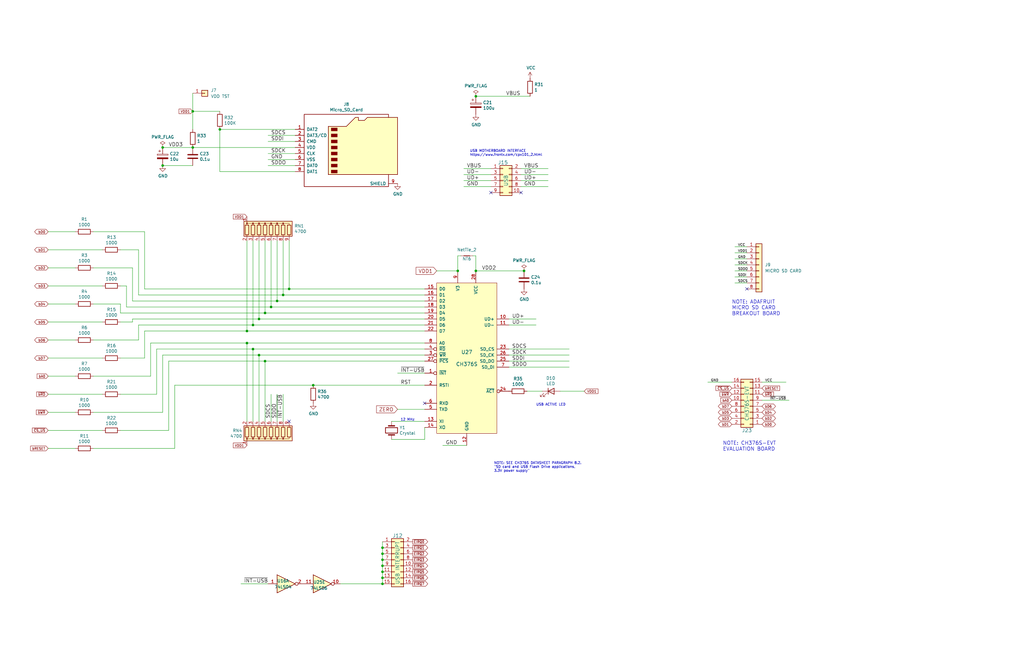
<source format=kicad_sch>
(kicad_sch (version 20211123) (generator eeschema)
  (paper "B")
  (lib_symbols
    (symbol "74xx:74LS04"
      (property "Reference" "U" (at 0 1.27 0))
      (property "Value" "74LS04" (at 0 -1.27 0))
      (symbol "74LS04_1_0"
        (polyline (pts (xy -3.81 3.81) (xy -3.81 -3.81) (xy 3.81 0) (xy -3.81 3.81)) (stroke (width 0.254)) (fill (type background)))
        (pin input line (at -7.62 0 0) (length 3.81) (name "~") (number "1"))
        (pin output inverted (at 7.62 0 180) (length 3.81) (name "~") (number "2"))
      )
      (symbol "74LS04_2_0"
        (polyline (pts (xy -3.81 3.81) (xy -3.81 -3.81) (xy 3.81 0) (xy -3.81 3.81)) (stroke (width 0.254)) (fill (type background)))
        (pin input line (at -7.62 0 0) (length 3.81) (name "~") (number "3"))
        (pin output inverted (at 7.62 0 180) (length 3.81) (name "~") (number "4"))
      )
      (symbol "74LS04_3_0"
        (polyline (pts (xy -3.81 3.81) (xy -3.81 -3.81) (xy 3.81 0) (xy -3.81 3.81)) (stroke (width 0.254)) (fill (type background)))
        (pin input line (at -7.62 0 0) (length 3.81) (name "~") (number "5"))
        (pin output inverted (at 7.62 0 180) (length 3.81) (name "~") (number "6"))
      )
      (symbol "74LS04_4_0"
        (polyline (pts (xy -3.81 3.81) (xy -3.81 -3.81) (xy 3.81 0) (xy -3.81 3.81)) (stroke (width 0.254)) (fill (type background)))
        (pin output inverted (at 7.62 0 180) (length 3.81) (name "~") (number "8"))
        (pin input line (at -7.62 0 0) (length 3.81) (name "~") (number "9"))
      )
      (symbol "74LS04_5_0"
        (polyline (pts (xy -3.81 3.81) (xy -3.81 -3.81) (xy 3.81 0) (xy -3.81 3.81)) (stroke (width 0.254)) (fill (type background)))
        (pin output inverted (at 7.62 0 180) (length 3.81) (name "~") (number "10"))
        (pin input line (at -7.62 0 0) (length 3.81) (name "~") (number "11"))
      )
      (symbol "74LS04_6_0"
        (polyline (pts (xy -3.81 3.81) (xy -3.81 -3.81) (xy 3.81 0) (xy -3.81 3.81)) (stroke (width 0.254)) (fill (type background)))
        (pin output inverted (at 7.62 0 180) (length 3.81) (name "~") (number "12"))
        (pin input line (at -7.62 0 0) (length 3.81) (name "~") (number "13"))
      )
      (symbol "74LS04_7_0"
        (pin power_in line (at 0 12.7 270) (length 5.08) (name "VCC") (number "14"))
        (pin power_in line (at 0 -12.7 90) (length 5.08) (name "GND") (number "7"))
      )
      (symbol "74LS04_7_1"
        (rectangle (start -5.08 7.62) (end 5.08 -7.62) (stroke (width 0.254)) (fill (type background)))
      )
    )
    (symbol "74xx:74LS06N" (pin_names (offset 1.016))
      (property "Reference" "U" (at 0 1.27 0))
      (property "Value" "74LS06N" (at 0 -1.27 0))
      (symbol "74LS06N_1_0"
        (polyline (pts (xy -3.81 3.81) (xy -3.81 -3.81) (xy 3.81 0) (xy -3.81 3.81)) (stroke (width 0.254)) (fill (type background)))
        (pin input line (at -7.62 0 0) (length 3.81) (name "~") (number "1"))
        (pin open_collector inverted (at 7.62 0 180) (length 3.81) (name "~") (number "2"))
      )
      (symbol "74LS06N_2_0"
        (polyline (pts (xy -3.81 3.81) (xy -3.81 -3.81) (xy 3.81 0) (xy -3.81 3.81)) (stroke (width 0.254)) (fill (type background)))
        (pin input line (at -7.62 0 0) (length 3.81) (name "~") (number "3"))
        (pin open_collector inverted (at 7.62 0 180) (length 3.81) (name "~") (number "4"))
      )
      (symbol "74LS06N_3_0"
        (polyline (pts (xy -3.81 3.81) (xy -3.81 -3.81) (xy 3.81 0) (xy -3.81 3.81)) (stroke (width 0.254)) (fill (type background)))
        (pin input line (at -7.62 0 0) (length 3.81) (name "~") (number "5"))
        (pin open_collector inverted (at 7.62 0 180) (length 3.81) (name "~") (number "6"))
      )
      (symbol "74LS06N_4_0"
        (polyline (pts (xy -3.81 3.81) (xy -3.81 -3.81) (xy 3.81 0) (xy -3.81 3.81)) (stroke (width 0.254)) (fill (type background)))
        (pin open_collector inverted (at 7.62 0 180) (length 3.81) (name "~") (number "8"))
        (pin input line (at -7.62 0 0) (length 3.81) (name "~") (number "9"))
      )
      (symbol "74LS06N_5_0"
        (polyline (pts (xy -3.81 3.81) (xy -3.81 -3.81) (xy 3.81 0) (xy -3.81 3.81)) (stroke (width 0.254)) (fill (type background)))
        (pin open_collector inverted (at 7.62 0 180) (length 3.81) (name "~") (number "10"))
        (pin input line (at -7.62 0 0) (length 3.81) (name "~") (number "11"))
      )
      (symbol "74LS06N_6_0"
        (polyline (pts (xy -3.81 3.81) (xy -3.81 -3.81) (xy 3.81 0) (xy -3.81 3.81)) (stroke (width 0.254)) (fill (type background)))
        (pin open_collector inverted (at 7.62 0 180) (length 3.81) (name "~") (number "12"))
        (pin input line (at -7.62 0 0) (length 3.81) (name "~") (number "13"))
      )
      (symbol "74LS06N_7_0"
        (pin power_in line (at 0 12.7 270) (length 5.08) (name "VCC") (number "14"))
        (pin power_in line (at 0 -12.7 90) (length 5.08) (name "GND") (number "7"))
      )
      (symbol "74LS06N_7_1"
        (rectangle (start -5.08 7.62) (end 5.08 -7.62) (stroke (width 0.254)) (fill (type background)))
      )
    )
    (symbol "CH376S:CH376S" (pin_names (offset 1.016))
      (property "Reference" "U" (at 0 -1.27 0))
      (property "Value" "CH376S" (at 0 -3.81 0))
      (symbol "CH376S_0_1"
        (rectangle (start -12.7 31.75) (end 12.7 -31.75) (fill (type background)))
      )
      (symbol "CH376S_1_1"
        (pin output inverted (at -17.78 -6.35 0) (length 5.08) (name "~{INT}") (number "1"))
        (pin bidirectional line (at 17.78 16.51 180) (length 5.08) (name "UD+") (number "10"))
        (pin bidirectional line (at 17.78 13.97 180) (length 5.08) (name "UD-") (number "11"))
        (pin power_in line (at 0 -36.83 90) (length 5.08) (name "GND") (number "12"))
        (pin input line (at -17.78 -26.67 0) (length 5.08) (name "XI") (number "13"))
        (pin output line (at -17.78 -29.21 0) (length 5.08) (name "XO") (number "14"))
        (pin bidirectional line (at -17.78 29.21 0) (length 5.08) (name "D0") (number "15"))
        (pin bidirectional line (at -17.78 26.67 0) (length 5.08) (name "D1") (number "16"))
        (pin bidirectional line (at -17.78 24.13 0) (length 5.08) (name "D2") (number "17"))
        (pin bidirectional line (at -17.78 21.59 0) (length 5.08) (name "D3") (number "18"))
        (pin bidirectional line (at -17.78 19.05 0) (length 5.08) (name "D4") (number "19"))
        (pin input line (at -17.78 -11.43 0) (length 5.08) (name "RSTI") (number "2"))
        (pin bidirectional line (at -17.78 16.51 0) (length 5.08) (name "D5") (number "20"))
        (pin bidirectional line (at -17.78 13.97 0) (length 5.08) (name "D6") (number "21"))
        (pin bidirectional line (at -17.78 11.43 0) (length 5.08) (name "D7") (number "22"))
        (pin output line (at 17.78 3.81 180) (length 5.08) (name "SD_CS") (number "23"))
        (pin output inverted (at 17.78 -13.97 180) (length 5.08) (name "~{ACT}") (number "24"))
        (pin output line (at 17.78 -1.27 180) (length 5.08) (name "SD_DO") (number "25"))
        (pin output line (at 17.78 1.27 180) (length 5.08) (name "SD_CK") (number "26"))
        (pin input inverted (at -17.78 -1.27 0) (length 5.08) (name "~{PCS}") (number "27"))
        (pin power_in line (at 3.81 36.83 270) (length 5.08) (name "VCC") (number "28"))
        (pin input inverted (at -17.78 1.27 0) (length 5.08) (name "~{WR}") (number "3"))
        (pin input inverted (at -17.78 3.81 0) (length 5.08) (name "~{RD}") (number "4"))
        (pin output line (at -17.78 -21.59 0) (length 5.08) (name "TXD") (number "5"))
        (pin input line (at -17.78 -19.05 0) (length 5.08) (name "RXD") (number "6"))
        (pin input line (at 17.78 -3.81 180) (length 5.08) (name "SD_DI") (number "7"))
        (pin input line (at -17.78 6.35 0) (length 5.08) (name "A0") (number "8"))
        (pin power_in line (at -3.81 36.83 270) (length 5.08) (name "V3") (number "9"))
      )
    )
    (symbol "Connector_Generic:Conn_01x01" (pin_names (offset 1.016) hide)
      (property "Reference" "J" (at 0 2.54 0))
      (property "Value" "Conn_01x01" (at 0 -2.54 0))
      (symbol "Conn_01x01_1_1"
        (rectangle (start -1.27 0.127) (end 0 -0.127) (stroke (width 0.1524)))
        (rectangle (start -1.27 1.27) (end 1.27 -1.27) (stroke (width 0.254)) (fill (type background)))
        (pin passive line (at -5.08 0 0) (length 3.81) (name "Pin_1") (number "1"))
      )
    )
    (symbol "Connector_Generic:Conn_01x08" (pin_names (offset 1.016) hide)
      (property "Reference" "J" (at 0 10.16 0))
      (property "Value" "Conn_01x08" (at 0 -12.7 0))
      (symbol "Conn_01x08_1_1"
        (rectangle (start -1.27 -10.033) (end 0 -10.287) (stroke (width 0.1524)))
        (rectangle (start -1.27 -7.493) (end 0 -7.747) (stroke (width 0.1524)))
        (rectangle (start -1.27 -4.953) (end 0 -5.207) (stroke (width 0.1524)))
        (rectangle (start -1.27 -2.413) (end 0 -2.667) (stroke (width 0.1524)))
        (rectangle (start -1.27 0.127) (end 0 -0.127) (stroke (width 0.1524)))
        (rectangle (start -1.27 2.667) (end 0 2.413) (stroke (width 0.1524)))
        (rectangle (start -1.27 5.207) (end 0 4.953) (stroke (width 0.1524)))
        (rectangle (start -1.27 7.747) (end 0 7.493) (stroke (width 0.1524)))
        (rectangle (start -1.27 8.89) (end 1.27 -11.43) (stroke (width 0.254)) (fill (type background)))
        (pin passive line (at -5.08 7.62 0) (length 3.81) (name "Pin_1") (number "1"))
        (pin passive line (at -5.08 5.08 0) (length 3.81) (name "Pin_2") (number "2"))
        (pin passive line (at -5.08 2.54 0) (length 3.81) (name "Pin_3") (number "3"))
        (pin passive line (at -5.08 0 0) (length 3.81) (name "Pin_4") (number "4"))
        (pin passive line (at -5.08 -2.54 0) (length 3.81) (name "Pin_5") (number "5"))
        (pin passive line (at -5.08 -5.08 0) (length 3.81) (name "Pin_6") (number "6"))
        (pin passive line (at -5.08 -7.62 0) (length 3.81) (name "Pin_7") (number "7"))
        (pin passive line (at -5.08 -10.16 0) (length 3.81) (name "Pin_8") (number "8"))
      )
    )
    (symbol "Connector_Generic:Conn_02x05_Odd_Even" (pin_names (offset 1.016) hide)
      (property "Reference" "J" (at 1.27 7.62 0))
      (property "Value" "Conn_02x05_Odd_Even" (at 1.27 -7.62 0))
      (symbol "Conn_02x05_Odd_Even_1_1"
        (rectangle (start -1.27 -4.953) (end 0 -5.207) (stroke (width 0.1524)))
        (rectangle (start -1.27 -2.413) (end 0 -2.667) (stroke (width 0.1524)))
        (rectangle (start -1.27 0.127) (end 0 -0.127) (stroke (width 0.1524)))
        (rectangle (start -1.27 2.667) (end 0 2.413) (stroke (width 0.1524)))
        (rectangle (start -1.27 5.207) (end 0 4.953) (stroke (width 0.1524)))
        (rectangle (start -1.27 6.35) (end 3.81 -6.35) (stroke (width 0.254)) (fill (type background)))
        (rectangle (start 3.81 -4.953) (end 2.54 -5.207) (stroke (width 0.1524)))
        (rectangle (start 3.81 -2.413) (end 2.54 -2.667) (stroke (width 0.1524)))
        (rectangle (start 3.81 0.127) (end 2.54 -0.127) (stroke (width 0.1524)))
        (rectangle (start 3.81 2.667) (end 2.54 2.413) (stroke (width 0.1524)))
        (rectangle (start 3.81 5.207) (end 2.54 4.953) (stroke (width 0.1524)))
        (pin passive line (at -5.08 5.08 0) (length 3.81) (name "Pin_1") (number "1"))
        (pin passive line (at 7.62 -5.08 180) (length 3.81) (name "Pin_10") (number "10"))
        (pin passive line (at 7.62 5.08 180) (length 3.81) (name "Pin_2") (number "2"))
        (pin passive line (at -5.08 2.54 0) (length 3.81) (name "Pin_3") (number "3"))
        (pin passive line (at 7.62 2.54 180) (length 3.81) (name "Pin_4") (number "4"))
        (pin passive line (at -5.08 0 0) (length 3.81) (name "Pin_5") (number "5"))
        (pin passive line (at 7.62 0 180) (length 3.81) (name "Pin_6") (number "6"))
        (pin passive line (at -5.08 -2.54 0) (length 3.81) (name "Pin_7") (number "7"))
        (pin passive line (at 7.62 -2.54 180) (length 3.81) (name "Pin_8") (number "8"))
        (pin passive line (at -5.08 -5.08 0) (length 3.81) (name "Pin_9") (number "9"))
      )
    )
    (symbol "Connector_Generic:Conn_02x08_Odd_Even" (pin_names (offset 1.016) hide)
      (property "Reference" "J" (at 1.27 10.16 0))
      (property "Value" "Conn_02x08_Odd_Even" (at 1.27 -12.7 0))
      (symbol "Conn_02x08_Odd_Even_1_1"
        (rectangle (start -1.27 -10.033) (end 0 -10.287) (stroke (width 0.1524)))
        (rectangle (start -1.27 -7.493) (end 0 -7.747) (stroke (width 0.1524)))
        (rectangle (start -1.27 -4.953) (end 0 -5.207) (stroke (width 0.1524)))
        (rectangle (start -1.27 -2.413) (end 0 -2.667) (stroke (width 0.1524)))
        (rectangle (start -1.27 0.127) (end 0 -0.127) (stroke (width 0.1524)))
        (rectangle (start -1.27 2.667) (end 0 2.413) (stroke (width 0.1524)))
        (rectangle (start -1.27 5.207) (end 0 4.953) (stroke (width 0.1524)))
        (rectangle (start -1.27 7.747) (end 0 7.493) (stroke (width 0.1524)))
        (rectangle (start -1.27 8.89) (end 3.81 -11.43) (stroke (width 0.254)) (fill (type background)))
        (rectangle (start 3.81 -10.033) (end 2.54 -10.287) (stroke (width 0.1524)))
        (rectangle (start 3.81 -7.493) (end 2.54 -7.747) (stroke (width 0.1524)))
        (rectangle (start 3.81 -4.953) (end 2.54 -5.207) (stroke (width 0.1524)))
        (rectangle (start 3.81 -2.413) (end 2.54 -2.667) (stroke (width 0.1524)))
        (rectangle (start 3.81 0.127) (end 2.54 -0.127) (stroke (width 0.1524)))
        (rectangle (start 3.81 2.667) (end 2.54 2.413) (stroke (width 0.1524)))
        (rectangle (start 3.81 5.207) (end 2.54 4.953) (stroke (width 0.1524)))
        (rectangle (start 3.81 7.747) (end 2.54 7.493) (stroke (width 0.1524)))
        (pin passive line (at -5.08 7.62 0) (length 3.81) (name "Pin_1") (number "1"))
        (pin passive line (at 7.62 -2.54 180) (length 3.81) (name "Pin_10") (number "10"))
        (pin passive line (at -5.08 -5.08 0) (length 3.81) (name "Pin_11") (number "11"))
        (pin passive line (at 7.62 -5.08 180) (length 3.81) (name "Pin_12") (number "12"))
        (pin passive line (at -5.08 -7.62 0) (length 3.81) (name "Pin_13") (number "13"))
        (pin passive line (at 7.62 -7.62 180) (length 3.81) (name "Pin_14") (number "14"))
        (pin passive line (at -5.08 -10.16 0) (length 3.81) (name "Pin_15") (number "15"))
        (pin passive line (at 7.62 -10.16 180) (length 3.81) (name "Pin_16") (number "16"))
        (pin passive line (at 7.62 7.62 180) (length 3.81) (name "Pin_2") (number "2"))
        (pin passive line (at -5.08 5.08 0) (length 3.81) (name "Pin_3") (number "3"))
        (pin passive line (at 7.62 5.08 180) (length 3.81) (name "Pin_4") (number "4"))
        (pin passive line (at -5.08 2.54 0) (length 3.81) (name "Pin_5") (number "5"))
        (pin passive line (at 7.62 2.54 180) (length 3.81) (name "Pin_6") (number "6"))
        (pin passive line (at -5.08 0 0) (length 3.81) (name "Pin_7") (number "7"))
        (pin passive line (at 7.62 0 180) (length 3.81) (name "Pin_8") (number "8"))
        (pin passive line (at -5.08 -2.54 0) (length 3.81) (name "Pin_9") (number "9"))
      )
    )
    (symbol "Device:C" (pin_numbers hide) (pin_names (offset 0.254))
      (property "Reference" "C" (at 0.635 2.54 0))
      (property "Value" "C" (at 0.635 -2.54 0))
      (symbol "C_0_1"
        (polyline (pts (xy -2.032 -0.762) (xy 2.032 -0.762)) (stroke (width 0.508)))
        (polyline (pts (xy -2.032 0.762) (xy 2.032 0.762)) (stroke (width 0.508)))
      )
      (symbol "C_1_1"
        (pin passive line (at 0 3.81 270) (length 2.794) (name "~") (number "1"))
        (pin passive line (at 0 -3.81 90) (length 2.794) (name "~") (number "2"))
      )
    )
    (symbol "Device:C_Polarized" (pin_numbers hide) (pin_names (offset 0.254))
      (property "Reference" "C" (at 0.635 2.54 0))
      (property "Value" "C_Polarized" (at 0.635 -2.54 0))
      (symbol "C_Polarized_0_1"
        (rectangle (start -2.286 0.508) (end 2.286 1.016))
        (polyline (pts (xy -1.778 2.286) (xy -0.762 2.286)))
        (polyline (pts (xy -1.27 2.794) (xy -1.27 1.778)))
        (rectangle (start 2.286 -0.508) (end -2.286 -1.016) (fill (type outline)))
      )
      (symbol "C_Polarized_1_1"
        (pin passive line (at 0 3.81 270) (length 2.794) (name "~") (number "1"))
        (pin passive line (at 0 -3.81 90) (length 2.794) (name "~") (number "2"))
      )
    )
    (symbol "Device:Crystal" (pin_numbers hide) (pin_names (offset 1.016) hide)
      (property "Reference" "Y" (at 0 3.81 0))
      (property "Value" "Crystal" (at 0 -3.81 0))
      (symbol "Crystal_0_1"
        (rectangle (start -1.143 2.54) (end 1.143 -2.54) (stroke (width 0.3048)))
        (polyline (pts (xy -2.54 0) (xy -1.905 0)))
        (polyline (pts (xy -1.905 -1.27) (xy -1.905 1.27)) (stroke (width 0.508)))
        (polyline (pts (xy 1.905 -1.27) (xy 1.905 1.27)) (stroke (width 0.508)))
        (polyline (pts (xy 2.54 0) (xy 1.905 0)))
      )
      (symbol "Crystal_1_1"
        (pin passive line (at -3.81 0 0) (length 1.27) (name "1") (number "1"))
        (pin passive line (at 3.81 0 180) (length 1.27) (name "2") (number "2"))
      )
    )
    (symbol "Device:LED" (pin_numbers hide) (pin_names (offset 1.016) hide)
      (property "Reference" "D" (at 0 2.54 0))
      (property "Value" "LED" (at 0 -2.54 0))
      (symbol "LED_0_1"
        (polyline (pts (xy -1.27 -1.27) (xy -1.27 1.27)) (stroke (width 0.254)))
        (polyline (pts (xy -1.27 0) (xy 1.27 0)))
        (polyline (pts (xy 1.27 -1.27) (xy 1.27 1.27) (xy -1.27 0) (xy 1.27 -1.27)) (stroke (width 0.254)))
        (polyline (pts (xy -3.048 -0.762) (xy -4.572 -2.286) (xy -3.81 -2.286) (xy -4.572 -2.286) (xy -4.572 -1.524)))
        (polyline (pts (xy -1.778 -0.762) (xy -3.302 -2.286) (xy -2.54 -2.286) (xy -3.302 -2.286) (xy -3.302 -1.524)))
      )
      (symbol "LED_1_1"
        (pin passive line (at -3.81 0 0) (length 2.54) (name "K") (number "1"))
        (pin passive line (at 3.81 0 180) (length 2.54) (name "A") (number "2"))
      )
    )
    (symbol "Device:NetTie_2" (pin_numbers hide) (pin_names (offset 0) hide) (in_bom no)
      (property "Reference" "NT" (at 0 1.27 0))
      (property "Value" "NetTie_2" (at 0 -1.27 0))
      (symbol "NetTie_2_0_1"
        (polyline (pts (xy -1.27 0) (xy 1.27 0)) (stroke (width 0.254)))
      )
      (symbol "NetTie_2_1_1"
        (pin passive line (at -2.54 0 0) (length 2.54) (name "1") (number "1"))
        (pin passive line (at 2.54 0 180) (length 2.54) (name "2") (number "2"))
      )
    )
    (symbol "Device:R" (pin_numbers hide) (pin_names (offset 0))
      (property "Reference" "R" (at 2.032 0 90))
      (property "Value" "R" (at 0 0 90))
      (symbol "R_0_1"
        (rectangle (start -1.016 -2.54) (end 1.016 2.54) (stroke (width 0.254)))
      )
      (symbol "R_1_1"
        (pin passive line (at 0 3.81 270) (length 1.27) (name "~") (number "1"))
        (pin passive line (at 0 -3.81 90) (length 1.27) (name "~") (number "2"))
      )
    )
    (symbol "Device:R_Network08" (pin_names (offset 0) hide)
      (property "Reference" "RN" (at -12.7 0 90))
      (property "Value" "R_Network08" (at 10.16 0 90))
      (symbol "R_Network08_0_1"
        (rectangle (start -11.43 -3.175) (end 8.89 3.175) (stroke (width 0.254)) (fill (type background)))
        (rectangle (start -10.922 1.524) (end -9.398 -2.54) (stroke (width 0.254)))
        (circle (center -10.16 2.286) (radius 0.254) (fill (type outline)))
        (rectangle (start -8.382 1.524) (end -6.858 -2.54) (stroke (width 0.254)))
        (circle (center -7.62 2.286) (radius 0.254) (fill (type outline)))
        (rectangle (start -5.842 1.524) (end -4.318 -2.54) (stroke (width 0.254)))
        (circle (center -5.08 2.286) (radius 0.254) (fill (type outline)))
        (rectangle (start -3.302 1.524) (end -1.778 -2.54) (stroke (width 0.254)))
        (circle (center -2.54 2.286) (radius 0.254) (fill (type outline)))
        (rectangle (start -0.762 1.524) (end 0.762 -2.54) (stroke (width 0.254)))
        (polyline (pts (xy -10.16 -2.54) (xy -10.16 -3.81)))
        (polyline (pts (xy -7.62 -2.54) (xy -7.62 -3.81)))
        (polyline (pts (xy -5.08 -2.54) (xy -5.08 -3.81)))
        (polyline (pts (xy -2.54 -2.54) (xy -2.54 -3.81)))
        (polyline (pts (xy 0 -2.54) (xy 0 -3.81)))
        (polyline (pts (xy 2.54 -2.54) (xy 2.54 -3.81)))
        (polyline (pts (xy 5.08 -2.54) (xy 5.08 -3.81)))
        (polyline (pts (xy 7.62 -2.54) (xy 7.62 -3.81)))
        (polyline (pts (xy -10.16 1.524) (xy -10.16 2.286) (xy -7.62 2.286) (xy -7.62 1.524)))
        (polyline (pts (xy -7.62 1.524) (xy -7.62 2.286) (xy -5.08 2.286) (xy -5.08 1.524)))
        (polyline (pts (xy -5.08 1.524) (xy -5.08 2.286) (xy -2.54 2.286) (xy -2.54 1.524)))
        (polyline (pts (xy -2.54 1.524) (xy -2.54 2.286) (xy 0 2.286) (xy 0 1.524)))
        (polyline (pts (xy 0 1.524) (xy 0 2.286) (xy 2.54 2.286) (xy 2.54 1.524)))
        (polyline (pts (xy 2.54 1.524) (xy 2.54 2.286) (xy 5.08 2.286) (xy 5.08 1.524)))
        (polyline (pts (xy 5.08 1.524) (xy 5.08 2.286) (xy 7.62 2.286) (xy 7.62 1.524)))
        (circle (center 0 2.286) (radius 0.254) (fill (type outline)))
        (rectangle (start 1.778 1.524) (end 3.302 -2.54) (stroke (width 0.254)))
        (circle (center 2.54 2.286) (radius 0.254) (fill (type outline)))
        (rectangle (start 4.318 1.524) (end 5.842 -2.54) (stroke (width 0.254)))
        (circle (center 5.08 2.286) (radius 0.254) (fill (type outline)))
        (rectangle (start 6.858 1.524) (end 8.382 -2.54) (stroke (width 0.254)))
      )
      (symbol "R_Network08_1_1"
        (pin passive line (at -10.16 5.08 270) (length 2.54) (name "common") (number "1"))
        (pin passive line (at -10.16 -5.08 90) (length 1.27) (name "R1") (number "2"))
        (pin passive line (at -7.62 -5.08 90) (length 1.27) (name "R2") (number "3"))
        (pin passive line (at -5.08 -5.08 90) (length 1.27) (name "R3") (number "4"))
        (pin passive line (at -2.54 -5.08 90) (length 1.27) (name "R4") (number "5"))
        (pin passive line (at 0 -5.08 90) (length 1.27) (name "R5") (number "6"))
        (pin passive line (at 2.54 -5.08 90) (length 1.27) (name "R6") (number "7"))
        (pin passive line (at 5.08 -5.08 90) (length 1.27) (name "R7") (number "8"))
        (pin passive line (at 7.62 -5.08 90) (length 1.27) (name "R8") (number "9"))
      )
    )
    (symbol "Micro_SD_Card:Micro_SD_Card" (pin_names (offset 1.016))
      (property "Reference" "J" (at -16.51 15.24 0))
      (property "Value" "Micro_SD_Card" (at 16.51 15.24 0))
      (symbol "Micro_SD_Card_0_1"
        (rectangle (start -7.62 -9.525) (end -5.08 -10.795) (fill (type outline)))
        (rectangle (start -7.62 -6.985) (end -5.08 -8.255) (fill (type outline)))
        (rectangle (start -7.62 -4.445) (end -5.08 -5.715) (fill (type outline)))
        (rectangle (start -7.62 -1.905) (end -5.08 -3.175) (fill (type outline)))
        (rectangle (start -7.62 0.635) (end -5.08 -0.635) (fill (type outline)))
        (rectangle (start -7.62 3.175) (end -5.08 1.905) (fill (type outline)))
        (rectangle (start -7.62 5.715) (end -5.08 4.445) (fill (type outline)))
        (rectangle (start -7.62 8.255) (end -5.08 6.985) (fill (type outline)))
        (polyline (pts (xy 16.51 12.7) (xy 16.51 13.97) (xy -19.05 13.97) (xy -19.05 -16.51) (xy 16.51 -16.51) (xy 16.51 -11.43)) (stroke (width 0.254)))
        (polyline (pts (xy -8.89 -11.43) (xy -8.89 8.89) (xy -1.27 8.89) (xy 2.54 12.7) (xy 3.81 12.7) (xy 3.81 11.43) (xy 6.35 11.43) (xy 7.62 12.7) (xy 20.32 12.7) (xy 20.32 -11.43) (xy -8.89 -11.43)) (stroke (width 0.254)) (fill (type background)))
      )
      (symbol "Micro_SD_Card_1_1"
        (pin bidirectional line (at -22.86 7.62 0) (length 3.81) (name "DAT2") (number "1"))
        (pin no_connect line (at -21.59 -12.7 0) (length 2.54) hide (name "NC") (number "10"))
        (pin no_connect line (at -21.59 -15.24 0) (length 2.54) hide (name "NC") (number "11"))
        (pin bidirectional line (at -22.86 5.08 0) (length 3.81) (name "DAT3/CD") (number "2"))
        (pin input line (at -22.86 2.54 0) (length 3.81) (name "CMD") (number "3"))
        (pin power_in line (at -22.86 0 0) (length 3.81) (name "VDD") (number "4"))
        (pin input line (at -22.86 -2.54 0) (length 3.81) (name "CLK") (number "5"))
        (pin power_in line (at -22.86 -5.08 0) (length 3.81) (name "VSS") (number "6"))
        (pin bidirectional line (at -22.86 -7.62 0) (length 3.81) (name "DAT0") (number "7"))
        (pin bidirectional line (at -22.86 -10.16 0) (length 3.81) (name "DAT1") (number "8"))
        (pin passive line (at 20.32 -15.24 180) (length 3.81) (name "SHIELD") (number "9"))
      )
    )
    (symbol "power:GND" (power) (pin_names (offset 0))
      (property "Value" "GND" (at 0 -3.81 0))
      (symbol "GND_0_1"
        (polyline (pts (xy 0 0) (xy 0 -1.27) (xy 1.27 -1.27) (xy 0 -2.54) (xy -1.27 -1.27) (xy 0 -1.27)))
      )
      (symbol "GND_1_1"
        (pin power_in line (at 0 0 270) (length 0) hide (name "GND") (number "1"))
      )
    )
    (symbol "power:PWR_FLAG" (power) (pin_numbers hide) (pin_names (offset 0) hide)
      (property "Value" "PWR_FLAG" (at 0 3.81 0))
      (symbol "PWR_FLAG_0_0"
        (pin power_out line (at 0 0 90) (length 0) (name "pwr") (number "1"))
      )
      (symbol "PWR_FLAG_0_1"
        (polyline (pts (xy 0 0) (xy 0 1.27) (xy -1.016 1.905) (xy 0 2.54) (xy 1.016 1.905) (xy 0 1.27)))
      )
    )
    (symbol "power:VCC" (power) (pin_names (offset 0))
      (property "Value" "VCC" (at 0 3.81 0))
      (symbol "VCC_0_1"
        (polyline (pts (xy -0.762 1.27) (xy 0 2.54)))
        (polyline (pts (xy 0 0) (xy 0 2.54)))
        (polyline (pts (xy 0 2.54) (xy 0.762 1.27)))
      )
      (symbol "VCC_1_1"
        (pin power_in line (at 0 0 90) (length 0) hide (name "VCC") (number "1"))
      )
    )
  )
  (junction (at 161.29 246.38))
  (junction (at 161.29 233.68))
  (junction (at 200.66 114.3))
  (junction (at 104.14 144.78))
  (junction (at 161.29 241.3))
  (junction (at 106.68 137.16))
  (junction (at 111.76 152.4))
  (junction (at 119.38 124.46))
  (junction (at 121.92 121.92))
  (junction (at 68.58 62.23))
  (junction (at 81.28 62.23))
  (junction (at 161.29 236.22))
  (junction (at 109.22 134.62))
  (junction (at 161.29 238.76))
  (junction (at 68.58 69.85))
  (junction (at 161.29 231.14))
  (junction (at 109.22 149.86))
  (junction (at 193.04 114.3))
  (junction (at 114.3 129.54))
  (junction (at 92.71 54.61))
  (junction (at 104.14 139.7))
  (junction (at 106.68 147.32))
  (junction (at 111.76 132.08))
  (junction (at 81.28 46.99))
  (junction (at 220.98 114.3))
  (junction (at 116.84 127))
  (junction (at 132.08 162.56))
  (junction (at 200.66 40.64))
  (junction (at 161.29 243.84))
  (no_connect (at 314.96 121.92))
  (no_connect (at 207.01 81.28))
  (no_connect (at 179.07 170.18))
  (no_connect (at 219.71 81.28))
  (no_connect (at 121.92 177.8))
  (wire (pts (xy 81.28 62.23) (xy 68.58 62.23)))
  (wire (pts (xy 50.8 151.13) (xy 60.96 151.13)))
  (wire (pts (xy 214.63 154.94) (xy 240.03 154.94)))
  (wire (pts (xy 124.46 57.15) (xy 113.03 57.15)))
  (wire (pts (xy 161.29 233.68) (xy 161.29 231.14)))
  (wire (pts (xy 20.32 135.89) (xy 43.18 135.89)))
  (wire (pts (xy 20.32 189.23) (xy 31.75 189.23)))
  (wire (pts (xy 50.8 105.41) (xy 58.42 105.41)))
  (wire (pts (xy 20.32 151.13) (xy 43.18 151.13)))
  (wire (pts (xy 92.71 54.61) (xy 124.46 54.61)))
  (wire (pts (xy 39.37 97.79) (xy 60.96 97.79)))
  (wire (pts (xy 55.88 135.89) (xy 55.88 134.62)))
  (wire (pts (xy 207.01 71.12) (xy 195.58 71.12)))
  (wire (pts (xy 31.75 128.27) (xy 20.32 128.27)))
  (wire (pts (xy 116.84 101.6) (xy 116.84 127)))
  (wire (pts (xy 167.64 157.48) (xy 179.07 157.48)))
  (wire (pts (xy 92.71 72.39) (xy 92.71 54.61)))
  (wire (pts (xy 106.68 147.32) (xy 179.07 147.32)))
  (wire (pts (xy 161.29 236.22) (xy 161.29 233.68)))
  (wire (pts (xy 119.38 124.46) (xy 58.42 124.46)))
  (wire (pts (xy 119.38 166.37) (xy 119.38 177.8)))
  (wire (pts (xy 39.37 143.51) (xy 58.42 143.51)))
  (wire (pts (xy 309.88 104.14) (xy 314.96 104.14)))
  (wire (pts (xy 214.63 147.32) (xy 240.03 147.32)))
  (wire (pts (xy 53.34 120.65) (xy 50.8 120.65)))
  (wire (pts (xy 50.8 166.37) (xy 66.04 166.37)))
  (wire (pts (xy 71.12 181.61) (xy 71.12 152.4)))
  (wire (pts (xy 124.46 59.69) (xy 113.03 59.69)))
  (wire (pts (xy 104.14 144.78) (xy 179.07 144.78)))
  (wire (pts (xy 199.39 107.95) (xy 200.66 107.95)))
  (wire (pts (xy 116.84 166.37) (xy 116.84 177.8)))
  (wire (pts (xy 193.04 114.3) (xy 193.04 107.95)))
  (wire (pts (xy 114.3 129.54) (xy 179.07 129.54)))
  (wire (pts (xy 298.45 161.29) (xy 308.61 161.29)))
  (wire (pts (xy 332.74 168.91) (xy 321.31 168.91)))
  (wire (pts (xy 81.28 62.23) (xy 124.46 62.23)))
  (wire (pts (xy 39.37 189.23) (xy 73.66 189.23)))
  (wire (pts (xy 20.32 166.37) (xy 43.18 166.37)))
  (wire (pts (xy 119.38 124.46) (xy 179.07 124.46)))
  (wire (pts (xy 68.58 69.85) (xy 81.28 69.85)))
  (wire (pts (xy 246.38 165.1) (xy 236.22 165.1)))
  (wire (pts (xy 143.51 246.38) (xy 161.29 246.38)))
  (wire (pts (xy 104.14 139.7) (xy 60.96 139.7)))
  (wire (pts (xy 71.12 152.4) (xy 111.76 152.4)))
  (wire (pts (xy 207.01 73.66) (xy 195.58 73.66)))
  (wire (pts (xy 309.88 119.38) (xy 314.96 119.38)))
  (wire (pts (xy 114.3 101.6) (xy 114.3 129.54)))
  (wire (pts (xy 39.37 113.03) (xy 55.88 113.03)))
  (wire (pts (xy 101.6 246.38) (xy 113.03 246.38)))
  (wire (pts (xy 92.71 72.39) (xy 124.46 72.39)))
  (wire (pts (xy 20.32 120.65) (xy 43.18 120.65)))
  (wire (pts (xy 63.5 144.78) (xy 63.5 158.75)))
  (wire (pts (xy 207.01 78.74) (xy 195.58 78.74)))
  (wire (pts (xy 104.14 177.8) (xy 104.14 144.78)))
  (wire (pts (xy 132.08 162.56) (xy 179.07 162.56)))
  (wire (pts (xy 109.22 101.6) (xy 109.22 134.62)))
  (wire (pts (xy 226.06 137.16) (xy 214.63 137.16)))
  (wire (pts (xy 55.88 113.03) (xy 55.88 127)))
  (wire (pts (xy 63.5 144.78) (xy 104.14 144.78)))
  (wire (pts (xy 39.37 128.27) (xy 50.8 128.27)))
  (wire (pts (xy 53.34 120.65) (xy 53.34 129.54)))
  (wire (pts (xy 60.96 139.7) (xy 60.96 151.13)))
  (wire (pts (xy 309.88 106.68) (xy 314.96 106.68)))
  (wire (pts (xy 214.63 152.4) (xy 240.03 152.4)))
  (wire (pts (xy 111.76 152.4) (xy 179.07 152.4)))
  (wire (pts (xy 104.14 139.7) (xy 179.07 139.7)))
  (wire (pts (xy 60.96 97.79) (xy 60.96 121.92)))
  (wire (pts (xy 111.76 152.4) (xy 111.76 177.8)))
  (wire (pts (xy 200.66 107.95) (xy 200.66 114.3)))
  (wire (pts (xy 68.58 149.86) (xy 68.58 173.99)))
  (wire (pts (xy 309.88 114.3) (xy 314.96 114.3)))
  (wire (pts (xy 31.75 158.75) (xy 20.32 158.75)))
  (wire (pts (xy 39.37 158.75) (xy 63.5 158.75)))
  (wire (pts (xy 200.66 40.64) (xy 223.52 40.64)))
  (wire (pts (xy 31.75 143.51) (xy 20.32 143.51)))
  (wire (pts (xy 161.29 238.76) (xy 161.29 236.22)))
  (wire (pts (xy 81.28 39.37) (xy 81.28 46.99)))
  (wire (pts (xy 20.32 181.61) (xy 43.18 181.61)))
  (wire (pts (xy 231.14 78.74) (xy 219.71 78.74)))
  (wire (pts (xy 113.03 67.31) (xy 124.46 67.31)))
  (wire (pts (xy 161.29 243.84) (xy 161.29 241.3)))
  (wire (pts (xy 109.22 177.8) (xy 109.22 149.86)))
  (wire (pts (xy 161.29 231.14) (xy 161.29 228.6)))
  (wire (pts (xy 121.92 121.92) (xy 179.07 121.92)))
  (wire (pts (xy 119.38 101.6) (xy 119.38 124.46)))
  (wire (pts (xy 231.14 73.66) (xy 219.71 73.66)))
  (wire (pts (xy 106.68 101.6) (xy 106.68 137.16)))
  (wire (pts (xy 116.84 127) (xy 179.07 127)))
  (wire (pts (xy 20.32 105.41) (xy 43.18 105.41)))
  (wire (pts (xy 31.75 173.99) (xy 20.32 173.99)))
  (wire (pts (xy 309.88 111.76) (xy 314.96 111.76)))
  (wire (pts (xy 31.75 113.03) (xy 20.32 113.03)))
  (wire (pts (xy 58.42 137.16) (xy 106.68 137.16)))
  (wire (pts (xy 214.63 149.86) (xy 240.03 149.86)))
  (wire (pts (xy 66.04 147.32) (xy 106.68 147.32)))
  (wire (pts (xy 111.76 132.08) (xy 179.07 132.08)))
  (wire (pts (xy 50.8 132.08) (xy 50.8 128.27)))
  (wire (pts (xy 231.14 71.12) (xy 219.71 71.12)))
  (wire (pts (xy 58.42 137.16) (xy 58.42 143.51)))
  (wire (pts (xy 121.92 101.6) (xy 121.92 121.92)))
  (wire (pts (xy 109.22 134.62) (xy 179.07 134.62)))
  (wire (pts (xy 161.29 246.38) (xy 161.29 243.84)))
  (wire (pts (xy 309.88 116.84) (xy 314.96 116.84)))
  (wire (pts (xy 219.71 76.2) (xy 231.14 76.2)))
  (wire (pts (xy 167.64 172.72) (xy 179.07 172.72)))
  (wire (pts (xy 58.42 105.41) (xy 58.42 124.46)))
  (wire (pts (xy 111.76 132.08) (xy 50.8 132.08)))
  (wire (pts (xy 68.58 149.86) (xy 109.22 149.86)))
  (wire (pts (xy 222.25 165.1) (xy 228.6 165.1)))
  (wire (pts (xy 161.29 241.3) (xy 161.29 238.76)))
  (wire (pts (xy 186.69 187.96) (xy 196.85 187.96)))
  (wire (pts (xy 184.15 114.3) (xy 193.04 114.3)))
  (wire (pts (xy 39.37 173.99) (xy 68.58 173.99)))
  (wire (pts (xy 226.06 134.62) (xy 214.63 134.62)))
  (wire (pts (xy 31.75 97.79) (xy 20.32 97.79)))
  (wire (pts (xy 321.31 161.29) (xy 331.47 161.29)))
  (wire (pts (xy 193.04 107.95) (xy 194.31 107.95)))
  (wire (pts (xy 114.3 177.8) (xy 114.3 166.37)))
  (wire (pts (xy 66.04 166.37) (xy 66.04 147.32)))
  (wire (pts (xy 124.46 69.85) (xy 113.03 69.85)))
  (wire (pts (xy 121.92 121.92) (xy 60.96 121.92)))
  (wire (pts (xy 73.66 162.56) (xy 73.66 189.23)))
  (wire (pts (xy 116.84 127) (xy 55.88 127)))
  (wire (pts (xy 165.1 177.8) (xy 179.07 177.8)))
  (wire (pts (xy 55.88 134.62) (xy 109.22 134.62)))
  (wire (pts (xy 73.66 162.56) (xy 132.08 162.56)))
  (wire (pts (xy 50.8 135.89) (xy 55.88 135.89)))
  (wire (pts (xy 106.68 137.16) (xy 179.07 137.16)))
  (wire (pts (xy 309.88 109.22) (xy 314.96 109.22)))
  (wire (pts (xy 81.28 54.61) (xy 81.28 46.99)))
  (wire (pts (xy 104.14 101.6) (xy 104.14 139.7)))
  (wire (pts (xy 109.22 149.86) (xy 179.07 149.86)))
  (wire (pts (xy 179.07 185.42) (xy 165.1 185.42)))
  (wire (pts (xy 114.3 129.54) (xy 53.34 129.54)))
  (wire (pts (xy 50.8 181.61) (xy 71.12 181.61)))
  (wire (pts (xy 200.66 114.3) (xy 220.98 114.3)))
  (wire (pts (xy 124.46 64.77) (xy 113.03 64.77)))
  (wire (pts (xy 195.58 76.2) (xy 207.01 76.2)))
  (wire (pts (xy 81.28 46.99) (xy 92.71 46.99)))
  (wire (pts (xy 106.68 177.8) (xy 106.68 147.32)))
  (wire (pts (xy 179.07 180.34) (xy 179.07 185.42)))
  (wire (pts (xy 111.76 101.6) (xy 111.76 132.08)))
  (text "NOTE: CH376S-EVT\nEVALUATION BOARD" (at 304.8 190.5 0) (effects (font (size 1.524 1.524)) (justify left bottom)))
  (text "USB ACTIVE LED" (at 226.06 171.45 0) (effects (font (size 1.016 1.016)) (justify left bottom)))
  (text "12 MHz" (at 168.91 177.8 0) (effects (font (size 1.016 1.016)) (justify left bottom)))
  (text "NOTE: SEE CH376S DATASHEET PARAGRAPH 8.2. \n\"SD card and USB Flash Drive applications, \n3.3V power supply\"" (at 208.28 199.39 0) (effects (font (size 1.016 1.016)) (justify left bottom)))
  (text "NOTE: ADAFRUIT\nMICRO SD CARD\nBREAKOUT BOARD" (at 308.61 133.35 0) (effects (font (size 1.524 1.524)) (justify left bottom)))
  (text "USB MOTHERBOARD INTERFACE\nhttps://www.frontx.com/cpx101_2.html" (at 198.12 66.04 0) (effects (font (size 1.016 1.016)) (justify left bottom)))
  (label "VBUS" (at 220.98 71.12 0) (effects (font (size 1.524 1.524))))
  (label "GND" (at 311.15 109.22 0) (effects (font (size 1.016 1.016))))
  (label "VDD3" (at 71.12 62.23 0) (effects (font (size 1.524 1.524))))
  (label "SDDI" (at 311.15 116.84 0) (effects (font (size 1.016 1.016))))
  (label "VCC" (at 311.15 104.14 0) (effects (font (size 1.016 1.016))))
  (label "~{INT-USB}" (at 119.38 176.53 90) (effects (font (size 1.524 1.524))))
  (label "~{INT-USB}" (at 168.91 157.48 0) (effects (font (size 1.524 1.524))))
  (label "VBUS" (at 213.36 40.64 0) (effects (font (size 1.524 1.524))))
  (label "UD-" (at 196.85 73.66 0) (effects (font (size 1.524 1.524))))
  (label "UD+" (at 215.9 134.62 0) (effects (font (size 1.524 1.524))))
  (label "VDD2" (at 203.2 114.3 0) (effects (font (size 1.524 1.524))))
  (label "UD-" (at 220.98 73.66 0) (effects (font (size 1.524 1.524))))
  (label "SDCK" (at 215.9 149.86 0) (effects (font (size 1.524 1.524))))
  (label "RST" (at 168.91 162.56 0) (effects (font (size 1.524 1.524))))
  (label "SDCK" (at 114.3 64.77 0) (effects (font (size 1.524 1.524))))
  (label "GND" (at 299.72 161.29 0) (effects (font (size 1.016 1.016))))
  (label "~{INT-USB}" (at 102.87 246.38 0) (effects (font (size 1.524 1.524))))
  (label "SDDO" (at 114.3 69.85 0) (effects (font (size 1.524 1.524))))
  (label "SDCK" (at 311.15 111.76 0) (effects (font (size 1.016 1.016))))
  (label "SDCS" (at 114.3 176.53 90) (effects (font (size 1.524 1.524))))
  (label "GND" (at 220.98 78.74 0) (effects (font (size 1.524 1.524))))
  (label "SDCS" (at 311.15 119.38 0) (effects (font (size 1.016 1.016))))
  (label "UD+" (at 196.85 76.2 0) (effects (font (size 1.524 1.524))))
  (label "~{INT-USB}" (at 331.47 168.91 180) (effects (font (size 1.016 1.016))))
  (label "GND" (at 187.96 187.96 0) (effects (font (size 1.524 1.524))))
  (label "UD+" (at 220.98 76.2 0) (effects (font (size 1.524 1.524))))
  (label "SDDI" (at 215.9 152.4 0) (effects (font (size 1.524 1.524))))
  (label "VDD1" (at 311.15 106.68 0) (effects (font (size 1.016 1.016))))
  (label "GND" (at 196.85 78.74 0) (effects (font (size 1.524 1.524))))
  (label "SDCS" (at 215.9 147.32 0) (effects (font (size 1.524 1.524))))
  (label "UD-" (at 215.9 137.16 0) (effects (font (size 1.524 1.524))))
  (label "GND" (at 114.3 67.31 0) (effects (font (size 1.524 1.524))))
  (label "SDCS" (at 114.3 57.15 0) (effects (font (size 1.524 1.524))))
  (label "VCC" (at 322.58 161.29 0) (effects (font (size 1.016 1.016))))
  (label "VBUS" (at 196.85 71.12 0) (effects (font (size 1.524 1.524))))
  (label "SDDI" (at 114.3 59.69 0) (effects (font (size 1.524 1.524))))
  (label "SDDO" (at 311.15 114.3 0) (effects (font (size 1.016 1.016))))
  (label "SDDO" (at 116.84 176.53 90) (effects (font (size 1.524 1.524))))
  (label "SDDO" (at 215.9 154.94 0) (effects (font (size 1.524 1.524))))
  (global_label "~{bRD}" (shape input) (at 321.31 166.37 0) (effects (font (size 1.016 1.016))) (property "Intersheet References" "${INTERSHEET_REFS}" (effects hide)))
  (global_label "VDD1" (shape input) (at 104.14 187.96 180) (effects (font (size 1.016 1.016))) (property "Intersheet References" "${INTERSHEET_REFS}" (effects hide)))
  (global_label "bD4" (shape bidirectional) (at 321.31 173.99 0) (effects (font (size 1.016 1.016))) (property "Intersheet References" "${INTERSHEET_REFS}" (effects hide)))
  (global_label "bD0" (shape bidirectional) (at 20.32 97.79 180) (effects (font (size 1.016 1.016))) (property "Intersheet References" "${INTERSHEET_REFS}" (effects hide)))
  (global_label "~{EIRQ6}" (shape output) (at 173.99 243.84 0) (effects (font (size 1.016 1.016))) (property "Intersheet References" "${INTERSHEET_REFS}" (effects hide)))
  (global_label "~{EIRQ7}" (shape output) (at 173.99 246.38 0) (effects (font (size 1.016 1.016))) (property "Intersheet References" "${INTERSHEET_REFS}" (effects hide)))
  (global_label "bD1" (shape bidirectional) (at 20.32 105.41 180) (effects (font (size 1.016 1.016))) (property "Intersheet References" "${INTERSHEET_REFS}" (effects hide)))
  (global_label "bD2" (shape bidirectional) (at 321.31 176.53 0) (effects (font (size 1.016 1.016))) (property "Intersheet References" "${INTERSHEET_REFS}" (effects hide)))
  (global_label "bD7" (shape bidirectional) (at 20.32 151.13 180) (effects (font (size 1.016 1.016))) (property "Intersheet References" "${INTERSHEET_REFS}" (effects hide)))
  (global_label "bD3" (shape bidirectional) (at 20.32 120.65 180) (effects (font (size 1.016 1.016))) (property "Intersheet References" "${INTERSHEET_REFS}" (effects hide)))
  (global_label "ZERO" (shape input) (at 167.64 172.72 180) (effects (font (size 1.524 1.524))) (property "Intersheet References" "${INTERSHEET_REFS}" (effects hide)))
  (global_label "bD3" (shape bidirectional) (at 308.61 176.53 180) (effects (font (size 1.016 1.016))) (property "Intersheet References" "${INTERSHEET_REFS}" (effects hide)))
  (global_label "bD5" (shape bidirectional) (at 308.61 173.99 180) (effects (font (size 1.016 1.016))) (property "Intersheet References" "${INTERSHEET_REFS}" (effects hide)))
  (global_label "~{EIRQ2}" (shape output) (at 173.99 233.68 0) (effects (font (size 1.016 1.016))) (property "Intersheet References" "${INTERSHEET_REFS}" (effects hide)))
  (global_label "VDD1" (shape input) (at 246.38 165.1 0) (effects (font (size 1.016 1.016))) (property "Intersheet References" "${INTERSHEET_REFS}" (effects hide)))
  (global_label "~{bWR}" (shape input) (at 308.61 166.37 180) (effects (font (size 1.016 1.016))) (property "Intersheet References" "${INTERSHEET_REFS}" (effects hide)))
  (global_label "~{CS_US}" (shape input) (at 20.32 181.61 180) (effects (font (size 1.016 1.016))) (property "Intersheet References" "${INTERSHEET_REFS}" (effects hide)))
  (global_label "bD4" (shape bidirectional) (at 20.32 128.27 180) (effects (font (size 1.016 1.016))) (property "Intersheet References" "${INTERSHEET_REFS}" (effects hide)))
  (global_label "~{bWR}" (shape input) (at 20.32 173.99 180) (effects (font (size 1.016 1.016))) (property "Intersheet References" "${INTERSHEET_REFS}" (effects hide)))
  (global_label "bD7" (shape bidirectional) (at 308.61 171.45 180) (effects (font (size 1.016 1.016))) (property "Intersheet References" "${INTERSHEET_REFS}" (effects hide)))
  (global_label "~{EIRQ0}" (shape output) (at 173.99 228.6 0) (effects (font (size 1.016 1.016))) (property "Intersheet References" "${INTERSHEET_REFS}" (effects hide)))
  (global_label "bD0" (shape bidirectional) (at 321.31 179.07 0) (effects (font (size 1.016 1.016))) (property "Intersheet References" "${INTERSHEET_REFS}" (effects hide)))
  (global_label "VDD1" (shape input) (at 81.28 46.99 180) (effects (font (size 1.016 1.016))) (property "Intersheet References" "${INTERSHEET_REFS}" (effects hide)))
  (global_label "bA0" (shape input) (at 20.32 158.75 180) (effects (font (size 1.016 1.016))) (property "Intersheet References" "${INTERSHEET_REFS}" (effects hide)))
  (global_label "~{EIRQ5}" (shape output) (at 173.99 241.3 0) (effects (font (size 1.016 1.016))) (property "Intersheet References" "${INTERSHEET_REFS}" (effects hide)))
  (global_label "VDD1" (shape input) (at 104.14 91.44 180) (effects (font (size 1.016 1.016))) (property "Intersheet References" "${INTERSHEET_REFS}" (effects hide)))
  (global_label "bA0" (shape input) (at 308.61 168.91 180) (effects (font (size 1.016 1.016))) (property "Intersheet References" "${INTERSHEET_REFS}" (effects hide)))
  (global_label "~{CS_US}" (shape input) (at 308.61 163.83 180) (effects (font (size 1.016 1.016))) (property "Intersheet References" "${INTERSHEET_REFS}" (effects hide)))
  (global_label "~{EIRQ4}" (shape output) (at 173.99 238.76 0) (effects (font (size 1.016 1.016))) (property "Intersheet References" "${INTERSHEET_REFS}" (effects hide)))
  (global_label "bRESET" (shape input) (at 20.32 189.23 180) (effects (font (size 1.016 1.016))) (property "Intersheet References" "${INTERSHEET_REFS}" (effects hide)))
  (global_label "bD6" (shape bidirectional) (at 20.32 143.51 180) (effects (font (size 1.016 1.016))) (property "Intersheet References" "${INTERSHEET_REFS}" (effects hide)))
  (global_label "bD6" (shape bidirectional) (at 321.31 171.45 0) (effects (font (size 1.016 1.016))) (property "Intersheet References" "${INTERSHEET_REFS}" (effects hide)))
  (global_label "VDD1" (shape input) (at 184.15 114.3 180) (effects (font (size 1.524 1.524))) (property "Intersheet References" "${INTERSHEET_REFS}" (effects hide)))
  (global_label "bD2" (shape bidirectional) (at 20.32 113.03 180) (effects (font (size 1.016 1.016))) (property "Intersheet References" "${INTERSHEET_REFS}" (effects hide)))
  (global_label "bD5" (shape bidirectional) (at 20.32 135.89 180) (effects (font (size 1.016 1.016))) (property "Intersheet References" "${INTERSHEET_REFS}" (effects hide)))
  (global_label "~{EIRQ3}" (shape output) (at 173.99 236.22 0) (effects (font (size 1.016 1.016))) (property "Intersheet References" "${INTERSHEET_REFS}" (effects hide)))
  (global_label "~{EIRQ1}" (shape output) (at 173.99 231.14 0) (effects (font (size 1.016 1.016))) (property "Intersheet References" "${INTERSHEET_REFS}" (effects hide)))
  (global_label "bRESET" (shape input) (at 321.31 163.83 0) (effects (font (size 1.016 1.016))) (property "Intersheet References" "${INTERSHEET_REFS}" (effects hide)))
  (global_label "bD1" (shape bidirectional) (at 308.61 179.07 180) (effects (font (size 1.016 1.016))) (property "Intersheet References" "${INTERSHEET_REFS}" (effects hide)))
  (global_label "~{bRD}" (shape input) (at 20.32 166.37 180) (effects (font (size 1.016 1.016))) (property "Intersheet References" "${INTERSHEET_REFS}" (effects hide)))
  (symbol (lib_id "74xx:74LS06N") (at 135.89 246.38 0) (unit 5)
    (property "Reference" "U25" (at 132.08 246.38 0) (effects (justify left bottom)))
    (property "Value" "74LS06" (at 130.81 248.92 0) (effects (justify left bottom)))
    (property "Footprint" "Package_DIP:DIP-14_W7.62mm" (effects hide))
    (property "Datasheet" "http://www.ti.com/lit/gpn/sn74LS06N" (effects hide))
  )
  (symbol (lib_id "CH376S:CH376S") (at 196.85 151.13 0) (unit 1)
    (property "Reference" "U27" (at 196.85 148.59 0) (effects (font (size 1.524 1.524))))
    (property "Value" "CH376S" (at 196.85 153.67 0) (effects (font (size 1.524 1.524))))
    (property "Footprint" "Package_DIP:DIP-28_W15.24mm_Socket" (effects hide))
  )
  (symbol (lib_id "power:GND") (at 167.64 77.47 0) (unit 1)
    (property "Reference" "#PWR062" (effects hide))
    (property "Value" "GND" (at 167.767 81.8642 0))
  )
  (symbol (lib_id "Device:R") (at 132.08 166.37 0) (unit 1)
    (property "Reference" "R36" (at 133.858 165.2016 0) (effects (justify left)))
    (property "Value" "4700" (at 133.858 167.513 0) (effects (justify left)))
    (property "Footprint" "Resistor_THT:R_Axial_DIN0207_L6.3mm_D2.5mm_P7.62mm_Horizontal" (effects hide))
  )
  (symbol (lib_id "power:GND") (at 132.08 170.18 0) (unit 1)
    (property "Reference" "#PWR066" (effects hide))
    (property "Value" "GND" (at 132.207 174.5742 0))
  )
  (symbol (lib_id "Device:R_Network08") (at 114.3 96.52 0) (unit 1)
    (property "Reference" "RN1" (at 124.1552 95.3516 0) (effects (justify left)))
    (property "Value" "4700" (at 124.1552 97.663 0) (effects (justify left)))
    (property "Footprint" "Resistor_THT:R_Array_SIP9" (effects hide))
    (property "Datasheet" "http://www.vishay.com/docs/31509/csc.pdf" (effects hide))
  )
  (symbol (lib_id "power:GND") (at 200.66 48.26 0) (unit 1)
    (property "Reference" "#PWR059" (effects hide))
    (property "Value" "GND" (at 200.787 52.6542 0))
  )
  (symbol (lib_id "Device:R") (at 81.28 58.42 0) (unit 1)
    (property "Reference" "R33" (at 83.058 57.2516 0) (effects (justify left)))
    (property "Value" "1" (at 83.058 59.563 0) (effects (justify left)))
    (property "Footprint" "Resistor_THT:R_Axial_DIN0207_L6.3mm_D2.5mm_P7.62mm_Horizontal" (effects hide))
  )
  (symbol (lib_id "Device:C_Polarized") (at 68.58 66.04 0) (unit 1)
    (property "Reference" "C22" (at 71.5772 64.8716 0) (effects (justify left)))
    (property "Value" "10u" (at 71.5772 67.183 0) (effects (justify left)))
    (property "Footprint" "Capacitor_THT:CP_Radial_D5.0mm_P2.50mm" (effects hide))
  )
  (symbol (lib_id "power:GND") (at 68.58 69.85 0) (unit 1)
    (property "Reference" "#PWR061" (effects hide))
    (property "Value" "GND" (at 68.707 74.2442 0))
  )
  (symbol (lib_id "Device:R") (at 92.71 50.8 0) (unit 1)
    (property "Reference" "R32" (at 94.488 49.6316 0) (effects (justify left)))
    (property "Value" "100K" (at 94.488 51.943 0) (effects (justify left)))
    (property "Footprint" "Resistor_THT:R_Axial_DIN0207_L6.3mm_D2.5mm_P7.62mm_Horizontal" (effects hide))
  )
  (symbol (lib_id "Device:LED") (at 232.41 165.1 0) (unit 1)
    (property "Reference" "D10" (at 232.2322 159.5882 0))
    (property "Value" "LED" (at 232.2322 161.8996 0))
    (property "Footprint" "LED_THT:LED_D3.0mm" (effects hide))
  )
  (symbol (lib_id "power:PWR_FLAG") (at 68.58 62.23 0) (unit 1)
    (property "Reference" "#FLG03" (effects hide))
    (property "Value" "PWR_FLAG" (at 68.58 57.8358 0))
  )
  (symbol (lib_id "power:PWR_FLAG") (at 200.66 40.64 0) (unit 1)
    (property "Reference" "#FLG02" (effects hide))
    (property "Value" "PWR_FLAG" (at 200.66 36.2458 0))
  )
  (symbol (lib_id "power:PWR_FLAG") (at 220.98 114.3 0) (unit 1)
    (property "Reference" "#FLG04" (effects hide))
    (property "Value" "PWR_FLAG" (at 220.98 109.9058 0))
  )
  (symbol (lib_id "Connector_Generic:Conn_02x05_Odd_Even") (at 212.09 76.2 0) (unit 1)
    (property "Reference" "J15" (at 212.09 68.58 0) (effects (font (size 1.524 1.524))))
    (property "Value" "USB" (at 213.36 76.2 90) (effects (font (size 1.524 1.524))))
    (property "Footprint" "Connector_IDC:IDC-Header_2x05_P2.54mm_Horizontal" (effects hide))
  )
  (symbol (lib_id "Connector_Generic:Conn_02x08_Odd_Even") (at 166.37 236.22 0) (unit 1)
    (property "Reference" "J12" (at 167.64 226.06 0) (effects (font (size 1.524 1.524))))
    (property "Value" "USB INTERRUPT" (at 167.64 237.49 90) (effects (font (size 1.524 1.524))))
    (property "Footprint" "Connector_PinHeader_2.54mm:PinHeader_2x08_P2.54mm_Vertical" (effects hide))
  )
  (symbol (lib_id "Device:Crystal") (at 165.1 181.61 270) (unit 1)
    (property "Reference" "Y1" (at 168.4274 180.4416 90) (effects (justify left)))
    (property "Value" "Crystal" (at 168.4274 182.753 90) (effects (justify left)))
    (property "Footprint" "Crystal:Crystal_HC49-4H_Vertical" (effects hide))
  )
  (symbol (lib_id "74xx:74LS04") (at 120.65 246.38 0) (unit 1)
    (property "Reference" "U16" (at 119.38 245.11 0))
    (property "Value" "74LS04" (at 119.38 247.65 0))
    (property "Footprint" "Package_DIP:DIP-14_W7.62mm" (effects hide))
    (property "Datasheet" "http://www.ti.com/lit/gpn/sn74LS04" (effects hide))
  )
  (symbol (lib_id "Micro_SD_Card:Micro_SD_Card") (at 147.32 62.23 0) (unit 1)
    (property "Reference" "J8" (at 146.05 44.0182 0))
    (property "Value" "Micro_SD_Card" (at 146.05 46.3296 0))
    (property "Footprint" "Connector_Card:microSD_HC_Molex_104031-0811" (effects hide))
    (property "Datasheet" "http://katalog.we-online.de/em/datasheet/693072010801.pdf" (effects hide))
  )
  (symbol (lib_id "Device:R_Network08") (at 114.3 182.88 0) (mirror x) (unit 1)
    (property "Reference" "RN4" (at 102.108 181.7116 0) (effects (justify right)))
    (property "Value" "4700" (at 102.108 184.023 0) (effects (justify right)))
    (property "Footprint" "Resistor_THT:R_Array_SIP9" (effects hide))
    (property "Datasheet" "http://www.vishay.com/docs/31509/csc.pdf" (effects hide))
  )
  (symbol (lib_id "Device:R") (at 223.52 36.83 0) (unit 1)
    (property "Reference" "R31" (at 225.298 35.6616 0) (effects (justify left)))
    (property "Value" "1" (at 225.298 37.973 0) (effects (justify left)))
    (property "Footprint" "Resistor_THT:R_Axial_DIN0207_L6.3mm_D2.5mm_P7.62mm_Horizontal" (effects hide))
  )
  (symbol (lib_id "power:VCC") (at 223.52 33.02 0) (unit 1)
    (property "Reference" "#PWR058" (effects hide))
    (property "Value" "VCC" (at 223.901 28.6258 0))
  )
  (symbol (lib_id "Device:C_Polarized") (at 200.66 44.45 0) (unit 1)
    (property "Reference" "C21" (at 203.6572 43.2816 0) (effects (justify left)))
    (property "Value" "100u" (at 203.6572 45.593 0) (effects (justify left)))
    (property "Footprint" "Capacitor_THT:CP_Radial_D6.3mm_P2.50mm" (effects hide))
  )
  (symbol (lib_id "Device:C") (at 220.98 118.11 0) (unit 1)
    (property "Reference" "C24" (at 223.901 116.9416 0) (effects (justify left)))
    (property "Value" "0.1u" (at 223.901 119.253 0) (effects (justify left)))
    (property "Footprint" "Capacitor_THT:C_Disc_D5.0mm_W2.5mm_P5.00mm" (effects hide))
  )
  (symbol (lib_id "power:GND") (at 220.98 121.92 0) (unit 1)
    (property "Reference" "#PWR065" (effects hide))
    (property "Value" "GND" (at 221.107 126.3142 0))
  )
  (symbol (lib_id "Device:C") (at 81.28 66.04 0) (unit 1)
    (property "Reference" "C23" (at 84.201 64.8716 0) (effects (justify left)))
    (property "Value" "0.1u" (at 84.201 67.183 0) (effects (justify left)))
    (property "Footprint" "Capacitor_THT:C_Disc_D5.0mm_W2.5mm_P5.00mm" (effects hide))
  )
  (symbol (lib_id "Device:R") (at 218.44 165.1 270) (unit 1)
    (property "Reference" "R35" (at 218.44 159.8422 90))
    (property "Value" "1000" (at 218.44 162.1536 90))
    (property "Footprint" "Resistor_THT:R_Axial_DIN0207_L6.3mm_D2.5mm_P7.62mm_Horizontal" (effects hide))
  )
  (symbol (lib_id "Device:R") (at 46.99 151.13 270) (unit 1)
    (property "Reference" "R16" (at 46.99 145.8722 90))
    (property "Value" "1000" (at 46.99 148.1836 90))
    (property "Footprint" "Resistor_THT:R_Axial_DIN0207_L6.3mm_D2.5mm_P7.62mm_Horizontal" (effects hide))
  )
  (symbol (lib_id "Device:R") (at 46.99 135.89 270) (unit 1)
    (property "Reference" "R15" (at 46.99 130.6322 90))
    (property "Value" "1000" (at 46.99 132.9436 90))
    (property "Footprint" "Resistor_THT:R_Axial_DIN0207_L6.3mm_D2.5mm_P7.62mm_Horizontal" (effects hide))
  )
  (symbol (lib_id "Device:R") (at 46.99 105.41 270) (unit 1)
    (property "Reference" "R13" (at 46.99 100.1522 90))
    (property "Value" "1000" (at 46.99 102.4636 90))
    (property "Footprint" "Resistor_THT:R_Axial_DIN0207_L6.3mm_D2.5mm_P7.62mm_Horizontal" (effects hide))
  )
  (symbol (lib_id "Device:R") (at 35.56 173.99 270) (unit 1)
    (property "Reference" "R10" (at 35.56 168.7322 90))
    (property "Value" "1000" (at 35.56 171.0436 90))
    (property "Footprint" "Resistor_THT:R_Axial_DIN0207_L6.3mm_D2.5mm_P7.62mm_Horizontal" (effects hide))
  )
  (symbol (lib_id "Connector_Generic:Conn_01x08") (at 320.04 111.76 0) (unit 1)
    (property "Reference" "J9" (at 322.58 111.7599 0) (effects (justify left)))
    (property "Value" "MICRO SD CARD" (at 322.58 114.2999 0) (effects (justify left)))
    (property "Footprint" "Adafruit MicroSD Module:Adafruit MicroSD Module" (effects hide))
  )
  (symbol (lib_id "Connector_Generic:Conn_01x01") (at 86.36 39.37 0) (unit 1)
    (property "Reference" "J7" (at 88.9 38.0999 0) (effects (justify left)))
    (property "Value" "VDD TST" (at 88.9 40.6399 0) (effects (justify left)))
    (property "Footprint" "Connector_PinHeader_2.54mm:PinHeader_1x01_P2.54mm_Vertical" (effects hide))
  )
  (symbol (lib_id "Device:R") (at 35.56 189.23 270) (unit 1)
    (property "Reference" "R11" (at 35.56 183.9722 90))
    (property "Value" "1000" (at 35.56 186.2836 90))
    (property "Footprint" "Resistor_THT:R_Axial_DIN0207_L6.3mm_D2.5mm_P7.62mm_Horizontal" (effects hide))
  )
  (symbol (lib_id "Device:R") (at 46.99 166.37 270) (unit 1)
    (property "Reference" "R21" (at 46.99 161.1122 90))
    (property "Value" "1000" (at 46.99 163.4236 90))
    (property "Footprint" "Resistor_THT:R_Axial_DIN0207_L6.3mm_D2.5mm_P7.62mm_Horizontal" (effects hide))
  )
  (symbol (lib_id "Device:R") (at 46.99 181.61 270) (unit 1)
    (property "Reference" "R22" (at 46.99 176.3522 90))
    (property "Value" "1000" (at 46.99 178.6636 90))
    (property "Footprint" "Resistor_THT:R_Axial_DIN0207_L6.3mm_D2.5mm_P7.62mm_Horizontal" (effects hide))
  )
  (symbol (lib_id "Device:R") (at 46.99 120.65 270) (unit 1)
    (property "Reference" "R14" (at 46.99 115.3922 90))
    (property "Value" "1000" (at 46.99 117.7036 90))
    (property "Footprint" "Resistor_THT:R_Axial_DIN0207_L6.3mm_D2.5mm_P7.62mm_Horizontal" (effects hide))
  )
  (symbol (lib_id "Device:R") (at 35.56 97.79 270) (unit 1)
    (property "Reference" "R1" (at 35.56 92.5322 90))
    (property "Value" "1000" (at 35.56 94.8436 90))
    (property "Footprint" "Resistor_THT:R_Axial_DIN0207_L6.3mm_D2.5mm_P7.62mm_Horizontal" (effects hide))
  )
  (symbol (lib_id "Device:R") (at 35.56 158.75 270) (unit 1)
    (property "Reference" "R7" (at 35.56 153.4922 90))
    (property "Value" "1000" (at 35.56 155.8036 90))
    (property "Footprint" "Resistor_THT:R_Axial_DIN0207_L6.3mm_D2.5mm_P7.62mm_Horizontal" (effects hide))
  )
  (symbol (lib_id "Device:NetTie_2") (at 196.85 107.95 180) (unit 1) (in_bom no)
    (property "Reference" "NT6" (at 196.85 109.22 0))
    (property "Value" "NetTie_2" (at 196.85 105.41 0))
    (property "Footprint" "NetTie:NetTie-2_THT_Pad0.3mm" (effects hide))
  )
  (symbol (lib_id "Device:R") (at 35.56 128.27 270) (unit 1)
    (property "Reference" "R4" (at 35.56 123.0122 90))
    (property "Value" "1000" (at 35.56 125.3236 90))
    (property "Footprint" "Resistor_THT:R_Axial_DIN0207_L6.3mm_D2.5mm_P7.62mm_Horizontal" (effects hide))
  )
  (symbol (lib_id "Connector_Generic:Conn_02x08_Odd_Even") (at 316.23 171.45 180) (unit 1)
    (property "Reference" "J23" (at 314.96 181.61 0) (effects (font (size 1.524 1.524))))
    (property "Value" "CH376S-EVT" (at 314.96 170.18 90) (effects (font (size 1.524 1.524))))
    (property "Footprint" "CH376S-EVT:CH376S-EVT" (effects hide))
  )
  (symbol (lib_id "Device:R") (at 35.56 143.51 270) (unit 1)
    (property "Reference" "R6" (at 35.56 138.2522 90))
    (property "Value" "1000" (at 35.56 140.5636 90))
    (property "Footprint" "Resistor_THT:R_Axial_DIN0207_L6.3mm_D2.5mm_P7.62mm_Horizontal" (effects hide))
  )
  (symbol (lib_id "Device:R") (at 35.56 113.03 270) (unit 1)
    (property "Reference" "R3" (at 35.56 107.7722 90))
    (property "Value" "1000" (at 35.56 110.0836 90))
    (property "Footprint" "Resistor_THT:R_Axial_DIN0207_L6.3mm_D2.5mm_P7.62mm_Horizontal" (effects hide))
  )
)
</source>
